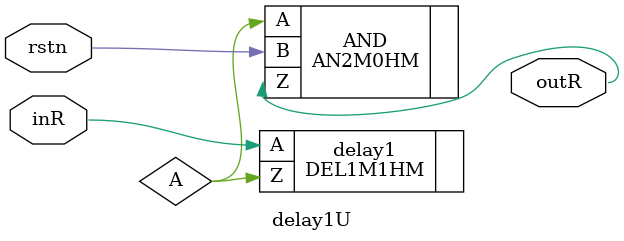
<source format=v>
`timescale 1ns / 1ps


module delay1U(inR, outR, rstn);
input inR, rstn;
output outR;

wire A,B;
DEL1M1HM delay1 ( .A(inR), .Z(A) );
AN2M0HM AND (.A(A), .B(rstn), .Z(outR) );
endmodule

</source>
